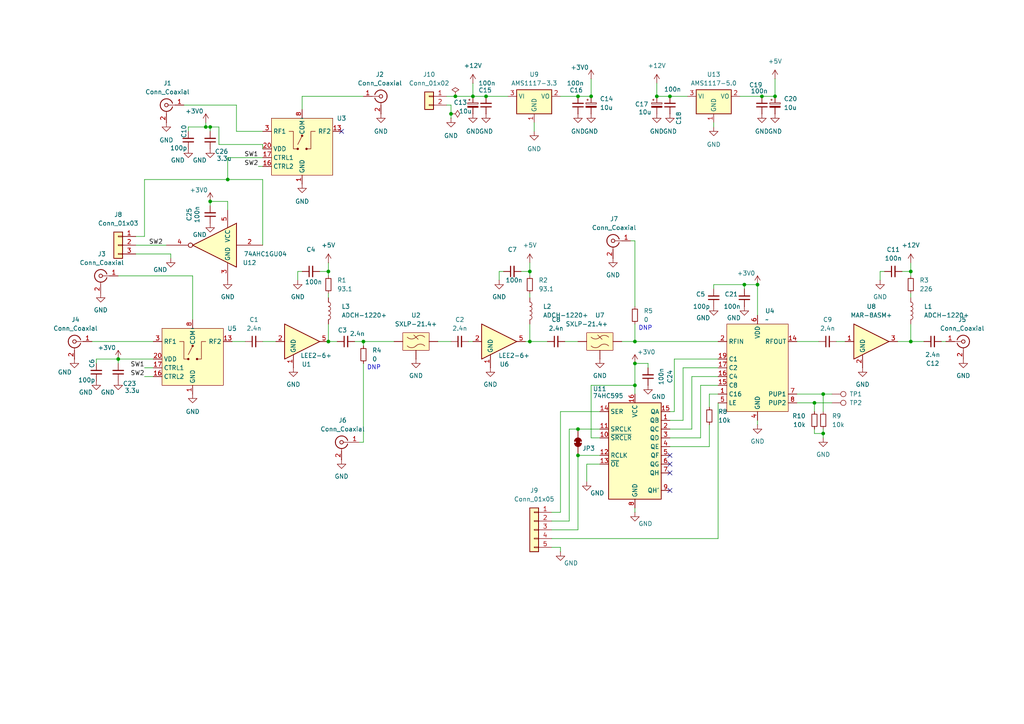
<source format=kicad_sch>
(kicad_sch (version 20250114) (generator "eeschema") (generator_version "9.0")
  (paper "A4")
  (title_block (title "MRC3 AFE") (date "2024-10-03") (rev "1") (company "BioMEMS @ MIT") (comment 1 "Designed by Hans Gaensbauer"))
  (text "DNP" (at 108.458 106.68 0) (effects (font (size 1.27 1.27))))
  (text "DNP" (at 187.198 95.25 0) (effects (font (size 1.27 1.27))))
  (junction (at 153.67 99.06))
  (junction (at 153.67 78.74))
  (junction (at 190.5 27.94))
  (junction (at 219.71 82.55))
  (junction (at 66.04 52.07))
  (junction (at 264.16 99.06))
  (junction (at 184.15 105.41))
  (junction (at 137.16 27.94))
  (junction (at 59.69 36.83))
  (junction (at 167.64 27.94))
  (junction (at 132.08 27.94))
  (junction (at 184.15 111.76))
  (junction (at 130.81 33.02))
  (junction (at 194.31 27.94))
  (junction (at 60.96 58.42))
  (junction (at 238.76 114.3))
  (junction (at 236.22 116.84))
  (junction (at 60.96 36.83))
  (junction (at 95.25 99.06))
  (junction (at 220.98 27.94))
  (junction (at 224.79 27.94))
  (junction (at 264.16 78.74))
  (junction (at 167.64 124.46))
  (junction (at 95.25 78.74))
  (junction (at 215.9 82.55))
  (junction (at 171.45 27.94))
  (junction (at 140.97 27.94))
  (junction (at 105.41 99.06))
  (junction (at 167.64 132.08))
  (junction (at 184.15 99.06))
  (junction (at 238.76 125.73))
  (junction (at 34.29 104.14))
  (no_connect (at 194.31 134.62))
  (no_connect (at 194.31 137.16))
  (no_connect (at 194.31 132.08))
  (no_connect (at 99.06 38.1))
  (no_connect (at 194.31 142.24))
  (wire (pts (xy 86.36 78.74) (xy 86.36 81.28)))
  (wire (pts (xy 129.54 27.94) (xy 132.08 27.94)))
  (wire (pts (xy 205.74 129.54) (xy 194.31 129.54)))
  (wire (pts (xy 154.94 35.56) (xy 154.94 38.1)))
  (wire (pts (xy 66.04 52.07) (xy 76.2 52.07)))
  (wire (pts (xy 151.13 78.74) (xy 153.67 78.74)))
  (wire (pts (xy 236.22 116.84) (xy 241.3 116.84)))
  (wire (pts (xy 205.74 114.3) (xy 205.74 118.11)))
  (wire (pts (xy 173.99 134.62) (xy 170.18 134.62)))
  (wire (pts (xy 264.16 85.09) (xy 264.16 86.36)))
  (wire (pts (xy 203.2 111.76) (xy 208.28 111.76)))
  (wire (pts (xy 171.45 22.86) (xy 171.45 27.94)))
  (wire (pts (xy 60.96 36.83) (xy 60.96 38.1)))
  (wire (pts (xy 264.16 76.2) (xy 264.16 78.74)))
  (wire (pts (xy 87.63 27.94) (xy 87.63 31.75)))
  (wire (pts (xy 153.67 78.74) (xy 153.67 80.01)))
  (wire (pts (xy 219.71 82.55) (xy 215.9 82.55)))
  (wire (pts (xy 184.15 147.32) (xy 184.15 148.59)))
  (wire (pts (xy 165.1 124.46) (xy 167.64 124.46)))
  (wire (pts (xy 144.78 78.74) (xy 144.78 81.28)))
  (wire (pts (xy 95.25 93.98) (xy 95.25 99.06)))
  (wire (pts (xy 27.94 104.14) (xy 27.94 105.41)))
  (wire (pts (xy 200.66 124.46) (xy 194.31 124.46)))
  (wire (pts (xy 236.22 119.38) (xy 236.22 116.84)))
  (wire (pts (xy 190.5 27.94) (xy 194.31 27.94)))
  (wire (pts (xy 144.78 78.74) (xy 146.05 78.74)))
  (wire (pts (xy 208.28 106.68) (xy 198.12 106.68)))
  (wire (pts (xy 184.15 111.76) (xy 184.15 114.3)))
  (wire (pts (xy 153.67 85.09) (xy 153.67 86.36)))
  (wire (pts (xy 105.41 27.94) (xy 87.63 27.94)))
  (wire (pts (xy 129.54 30.48) (xy 130.81 30.48)))
  (wire (pts (xy 162.56 158.75) (xy 160.02 158.75)))
  (wire (pts (xy 53.34 30.48) (xy 68.58 30.48)))
  (wire (pts (xy 130.81 30.48) (xy 130.81 33.02)))
  (wire (pts (xy 160.02 148.59) (xy 162.56 148.59)))
  (wire (pts (xy 132.08 27.94) (xy 137.16 27.94)))
  (wire (pts (xy 238.76 125.73) (xy 238.76 127)))
  (wire (pts (xy 165.1 124.46) (xy 165.1 151.13)))
  (wire (pts (xy 264.16 93.98) (xy 264.16 99.06)))
  (wire (pts (xy 242.57 99.06) (xy 245.11 99.06)))
  (wire (pts (xy 67.31 99.06) (xy 71.12 99.06)))
  (wire (pts (xy 208.28 156.21) (xy 160.02 156.21)))
  (wire (pts (xy 171.45 111.76) (xy 184.15 111.76)))
  (wire (pts (xy 34.29 104.14) (xy 34.29 105.41)))
  (wire (pts (xy 173.99 127) (xy 171.45 127)))
  (wire (pts (xy 187.96 105.41) (xy 187.96 106.68)))
  (wire (pts (xy 41.91 109.22) (xy 44.45 109.22)))
  (wire (pts (xy 140.97 27.94) (xy 147.32 27.94)))
  (wire (pts (xy 34.29 80.01) (xy 55.88 80.01)))
  (wire (pts (xy 92.71 78.74) (xy 95.25 78.74)))
  (wire (pts (xy 162.56 148.59) (xy 162.56 119.38)))
  (wire (pts (xy 167.64 27.94) (xy 171.45 27.94)))
  (wire (pts (xy 60.96 36.83) (xy 59.69 36.83)))
  (wire (pts (xy 66.04 58.42) (xy 66.04 60.96)))
  (wire (pts (xy 135.89 99.06) (xy 137.16 99.06)))
  (wire (pts (xy 95.25 76.2) (xy 95.25 78.74)))
  (wire (pts (xy 68.58 38.1) (xy 76.2 38.1)))
  (wire (pts (xy 167.64 153.67) (xy 167.64 132.08)))
  (wire (pts (xy 214.63 27.94) (xy 220.98 27.94)))
  (wire (pts (xy 224.79 22.86) (xy 224.79 27.94)))
  (wire (pts (xy 208.28 116.84) (xy 208.28 156.21)))
  (wire (pts (xy 200.66 109.22) (xy 200.66 124.46)))
  (wire (pts (xy 54.61 36.83) (xy 59.69 36.83)))
  (wire (pts (xy 184.15 105.41) (xy 184.15 111.76)))
  (wire (pts (xy 195.58 104.14) (xy 208.28 104.14)))
  (wire (pts (xy 95.25 85.09) (xy 95.25 86.36)))
  (wire (pts (xy 105.41 105.41) (xy 105.41 128.27)))
  (wire (pts (xy 68.58 30.48) (xy 68.58 38.1)))
  (wire (pts (xy 162.56 27.94) (xy 167.64 27.94)))
  (wire (pts (xy 105.41 99.06) (xy 114.3 99.06)))
  (wire (pts (xy 274.32 99.06) (xy 273.05 99.06)))
  (wire (pts (xy 184.15 105.41) (xy 187.96 105.41)))
  (wire (pts (xy 104.14 128.27) (xy 105.41 128.27)))
  (wire (pts (xy 219.71 82.55) (xy 219.71 91.44)))
  (wire (pts (xy 195.58 119.38) (xy 195.58 104.14)))
  (wire (pts (xy 207.01 82.55) (xy 215.9 82.55)))
  (wire (pts (xy 207.01 35.56) (xy 207.01 36.83)))
  (wire (pts (xy 194.31 27.94) (xy 199.39 27.94)))
  (wire (pts (xy 241.3 114.3) (xy 238.76 114.3)))
  (wire (pts (xy 153.67 76.2) (xy 153.67 78.74)))
  (wire (pts (xy 95.25 78.74) (xy 95.25 80.01)))
  (wire (pts (xy 153.67 99.06) (xy 158.75 99.06)))
  (wire (pts (xy 76.2 99.06) (xy 80.01 99.06)))
  (wire (pts (xy 162.56 119.38) (xy 173.99 119.38)))
  (wire (pts (xy 203.2 127) (xy 203.2 111.76)))
  (wire (pts (xy 264.16 78.74) (xy 264.16 80.01)))
  (wire (pts (xy 76.2 41.91) (xy 76.2 43.18)))
  (wire (pts (xy 182.88 69.85) (xy 184.15 69.85)))
  (wire (pts (xy 238.76 124.46) (xy 238.76 125.73)))
  (wire (pts (xy 66.04 52.07) (xy 66.04 45.72)))
  (wire (pts (xy 63.5 36.83) (xy 60.96 36.83)))
  (wire (pts (xy 264.16 99.06) (xy 267.97 99.06)))
  (wire (pts (xy 215.9 82.55) (xy 215.9 83.82)))
  (wire (pts (xy 167.64 132.08) (xy 173.99 132.08)))
  (wire (pts (xy 205.74 114.3) (xy 208.28 114.3)))
  (wire (pts (xy 95.25 99.06) (xy 97.79 99.06)))
  (wire (pts (xy 180.34 99.06) (xy 184.15 99.06)))
  (wire (pts (xy 167.64 124.46) (xy 173.99 124.46)))
  (wire (pts (xy 105.41 99.06) (xy 105.41 100.33)))
  (wire (pts (xy 41.91 106.68) (xy 44.45 106.68)))
  (wire (pts (xy 27.94 104.14) (xy 34.29 104.14)))
  (wire (pts (xy 162.56 160.02) (xy 162.56 158.75)))
  (wire (pts (xy 39.37 71.12) (xy 48.26 71.12)))
  (wire (pts (xy 255.27 78.74) (xy 256.54 78.74)))
  (wire (pts (xy 54.61 36.83) (xy 54.61 38.1)))
  (wire (pts (xy 219.71 121.92) (xy 219.71 123.19)))
  (wire (pts (xy 130.81 33.02) (xy 130.81 34.29)))
  (wire (pts (xy 49.53 73.66) (xy 39.37 73.66)))
  (wire (pts (xy 137.16 24.13) (xy 137.16 27.94)))
  (wire (pts (xy 198.12 106.68) (xy 198.12 121.92)))
  (wire (pts (xy 153.67 93.98) (xy 153.67 99.06)))
  (wire (pts (xy 137.16 27.94) (xy 140.97 27.94)))
  (wire (pts (xy 60.96 58.42) (xy 66.04 58.42)))
  (wire (pts (xy 102.87 99.06) (xy 105.41 99.06)))
  (wire (pts (xy 261.62 78.74) (xy 264.16 78.74)))
  (wire (pts (xy 205.74 123.19) (xy 205.74 129.54)))
  (wire (pts (xy 190.5 24.13) (xy 190.5 27.94)))
  (wire (pts (xy 208.28 109.22) (xy 200.66 109.22)))
  (wire (pts (xy 238.76 114.3) (xy 238.76 119.38)))
  (wire (pts (xy 231.14 114.3) (xy 238.76 114.3)))
  (wire (pts (xy 171.45 127) (xy 171.45 111.76)))
  (wire (pts (xy 207.01 82.55) (xy 207.01 83.82)))
  (wire (pts (xy 184.15 93.98) (xy 184.15 99.06)))
  (wire (pts (xy 160.02 151.13) (xy 165.1 151.13)))
  (wire (pts (xy 236.22 124.46) (xy 236.22 125.73)))
  (wire (pts (xy 86.36 78.74) (xy 87.63 78.74)))
  (wire (pts (xy 76.2 71.12) (xy 76.2 52.07)))
  (wire (pts (xy 41.91 52.07) (xy 41.91 68.58)))
  (wire (pts (xy 260.35 99.06) (xy 264.16 99.06)))
  (wire (pts (xy 194.31 127) (xy 203.2 127)))
  (wire (pts (xy 63.5 41.91) (xy 63.5 36.83)))
  (wire (pts (xy 220.98 27.94) (xy 224.79 27.94)))
  (wire (pts (xy 194.31 119.38) (xy 195.58 119.38)))
  (wire (pts (xy 74.93 48.26) (xy 76.2 48.26)))
  (wire (pts (xy 26.67 99.06) (xy 44.45 99.06)))
  (wire (pts (xy 184.15 99.06) (xy 208.28 99.06)))
  (wire (pts (xy 49.53 74.93) (xy 49.53 73.66)))
  (wire (pts (xy 152.4 99.06) (xy 153.67 99.06)))
  (wire (pts (xy 63.5 41.91) (xy 76.2 41.91)))
  (wire (pts (xy 160.02 153.67) (xy 167.64 153.67)))
  (wire (pts (xy 163.83 99.06) (xy 167.64 99.06)))
  (wire (pts (xy 59.69 35.56) (xy 59.69 36.83)))
  (wire (pts (xy 170.18 134.62) (xy 170.18 139.7)))
  (wire (pts (xy 39.37 68.58) (xy 41.91 68.58)))
  (wire (pts (xy 41.91 52.07) (xy 66.04 52.07)))
  (wire (pts (xy 127 99.06) (xy 130.81 99.06)))
  (wire (pts (xy 231.14 99.06) (xy 237.49 99.06)))
  (wire (pts (xy 60.96 58.42) (xy 60.96 59.69)))
  (wire (pts (xy 184.15 88.9) (xy 184.15 69.85)))
  (wire (pts (xy 34.29 104.14) (xy 44.45 104.14)))
  (wire (pts (xy 236.22 125.73) (xy 238.76 125.73)))
  (wire (pts (xy 236.22 116.84) (xy 231.14 116.84)))
  (wire (pts (xy 198.12 121.92) (xy 194.31 121.92)))
  (wire (pts (xy 66.04 45.72) (xy 76.2 45.72)))
  (wire (pts (xy 55.88 80.01) (xy 55.88 92.71)))
  (wire (pts (xy 255.27 78.74) (xy 255.27 81.28)))
  (label "SW2" (at 74.93 48.26 180))
  (label "SW1" (at 41.91 106.68 180))
  (label "SW2" (at 43.18 71.12 0))
  (label "SW1" (at 74.93 45.72 180))
  (label "SW2" (at 41.91 109.22 180))
  (symbol (lib_id "power:+3V0") (at 184.15 105.41 0) (mirror y) (unit 1)
    (property "Reference" "#PWR047" (effects (hide yes)))
    (property "Value" "+3V0" (at 187.452 102.108 0))
    (property "Description" "Power symbol creates a global label with name \"+3V0\"" (effects (hide yes)))
  )
  (symbol (lib_id "power:GND") (at 224.79 33.02 0) (unit 1)
    (property "Reference" "#PWR041" (effects (hide yes)))
    (property "Value" "GND" (at 224.79 38.1 0))
    (property "Description" "Power symbol creates a global label with name \"GND\" , ground" (effects (hide yes)))
  )
  (symbol (lib_id "power:GND") (at 144.78 81.28 0) (unit 1)
    (property "Reference" "#PWR022" (effects (hide yes)))
    (property "Value" "GND" (at 144.78 86.106 0))
    (property "Description" "Power symbol creates a global label with name \"GND\" , ground" (effects (hide yes)))
  )
  (symbol (lib_id "power:GND") (at 255.27 81.28 0) (unit 1)
    (property "Reference" "#PWR026" (effects (hide yes)))
    (property "Value" "GND" (at 255.27 86.106 0))
    (property "Description" "Power symbol creates a global label with name \"GND\" , ground" (effects (hide yes)))
  )
  (symbol (lib_id "power:GND") (at 207.01 88.9 0) (unit 1)
    (property "Reference" "#PWR019" (effects (hide yes)))
    (property "Value" "GND" (at 203.962 92.202 0))
    (property "Description" "Power symbol creates a global label with name \"GND\" , ground" (effects (hide yes)))
  )
  (symbol (lib_id "Device:C_Small") (at 73.66 99.06 90) (unit 1)
    (property "Reference" "C1" (at 73.6663 92.71 90))
    (property "Value" "2.4n" (at 73.6663 95.25 90))
    (property "Footprint" "Capacitor_SMD:C_0805_2012Metric" (effects (hide yes)))
    (property "Description" "Unpolarized capacitor, small symbol" (effects (hide yes)))
  )
  (symbol (lib_id "Connector_Generic:Conn_01x03") (at 34.29 71.12 0) (mirror y) (unit 1)
    (property "Reference" "J8" (at 34.29 62.23 0))
    (property "Value" "Conn_01x03" (at 34.29 64.77 0))
    (property "Footprint" "Connector_PinHeader_2.54mm:PinHeader_1x03_P2.54mm_Vertical" (effects (hide yes)))
    (property "Description" "Generic connector, single row, 01x03, script generated (kicad-library-utils/schlib/autogen/connector/)" (effects (hide yes)))
  )
  (symbol (lib_id "Device:C_Small") (at 161.29 99.06 90) (unit 1)
    (property "Reference" "C8" (at 161.2963 92.71 90))
    (property "Value" "2.4n" (at 161.2963 95.25 90))
    (property "Footprint" "Capacitor_SMD:C_0805_2012Metric" (effects (hide yes)))
    (property "Description" "Unpolarized capacitor, small symbol" (effects (hide yes)))
  )
  (symbol (lib_id "Device:C_Small") (at 259.08 78.74 90) (unit 1)
    (property "Reference" "C11" (at 259.0863 72.39 90))
    (property "Value" "100n" (at 259.0863 74.93 90))
    (property "Footprint" "Capacitor_SMD:C_0805_2012Metric" (effects (hide yes)))
    (property "Description" "Unpolarized capacitor, small symbol" (effects (hide yes)))
  )
  (symbol (lib_id "power:GND") (at 27.94 110.49 0) (unit 1)
    (property "Reference" "#PWR024" (effects (hide yes)))
    (property "Value" "GND" (at 24.892 113.792 0))
    (property "Description" "Power symbol creates a global label with name \"GND\" , ground" (effects (hide yes)))
  )
  (symbol (lib_id "Connector:Conn_Coaxial") (at 48.26 30.48 0) (mirror y) (unit 1)
    (property "Reference" "J1" (at 48.5774 24.13 0))
    (property "Value" "Conn_Coaxial" (at 48.5774 26.67 0))
    (property "Footprint" "Connector_Coaxial:SMA_Samtec_SMA-J-P-H-ST-EM1_EdgeMount" (effects (hide yes)))
    (property "Description" "coaxial connector (BNC, SMA, SMB, SMC, Cinch/RCA, LEMO, ...)" (effects (hide yes)))
  )
  (symbol (lib_id "Device:C_Small") (at 100.33 99.06 90) (unit 1)
    (property "Reference" "C3" (at 99.314 95.758 90))
    (property "Value" "2.4n" (at 103.632 96.774 90))
    (property "Footprint" "Capacitor_SMD:C_0805_2012Metric" (effects (hide yes)))
    (property "Description" "Unpolarized capacitor, small symbol" (effects (hide yes)))
  )
  (symbol (lib_id "power:GND") (at 60.96 64.77 0) (unit 1)
    (property "Reference" "#PWR053" (effects (hide yes)))
    (property "Value" "GND" (at 57.912 68.072 0))
    (property "Description" "Power symbol creates a global label with name \"GND\" , ground" (effects (hide yes)))
  )
  (symbol (lib_id "power:GND") (at 220.98 33.02 0) (unit 1)
    (property "Reference" "#PWR039" (effects (hide yes)))
    (property "Value" "GND" (at 220.98 38.1 0))
    (property "Description" "Power symbol creates a global label with name \"GND\" , ground" (effects (hide yes)))
  )
  (symbol (lib_id "Device:C_Small") (at 90.17 78.74 90) (unit 1)
    (property "Reference" "C4" (at 90.1763 72.39 90))
    (property "Value" "100n" (at 90.932 81.788 90))
    (property "Footprint" "Capacitor_SMD:C_0805_2012Metric" (effects (hide yes)))
    (property "Description" "Unpolarized capacitor, small symbol" (effects (hide yes)))
  )
  (symbol (lib_id "power:+3V0") (at 59.69 35.56 0) (unit 1)
    (property "Reference" "#PWR015" (effects (hide yes)))
    (property "Value" "+3V0" (at 56.388 32.258 0))
    (property "Description" "Power symbol creates a global label with name \"+3V0\"" (effects (hide yes)))
  )
  (symbol (lib_id "power:+5V") (at 224.79 22.86 0) (unit 1)
    (property "Reference" "#PWR040" (effects (hide yes)))
    (property "Value" "+5V" (at 224.79 17.78 0))
    (property "Description" "Power symbol creates a global label with name \"+5V\"" (effects (hide yes)))
  )
  (symbol (lib_id "power:GND") (at 238.76 127 0) (mirror y) (unit 1)
    (property "Reference" "#PWR045" (effects (hide yes)))
    (property "Value" "GND" (at 238.76 131.826 0))
    (property "Description" "Power symbol creates a global label with name \"GND\" , ground" (effects (hide yes)))
  )
  (symbol (lib_id "power:GND") (at 215.9 88.9 0) (unit 1)
    (property "Reference" "#PWR042" (effects (hide yes)))
    (property "Value" "GND" (at 212.852 92.202 0))
    (property "Description" "Power symbol creates a global label with name \"GND\" , ground" (effects (hide yes)))
  )
  (symbol (lib_id "Regulator_Linear:AMS1117-3.3") (at 154.94 27.94 0) (unit 1)
    (property "Reference" "U9" (at 154.94 21.59 0))
    (property "Value" "AMS1117-3.3" (at 154.94 24.13 0))
    (property "Footprint" "Package_TO_SOT_SMD:SOT-223-3_TabPin2" (effects (hide yes)))
    (property "Datasheet" "http://www.advanced-monolithic.com/pdf/ds1117.pdf" (effects (hide yes)))
    (property "Description" "1A Low Dropout regulator, positive, 3.3V fixed output, SOT-223" (effects (hide yes)))
  )
  (symbol (lib_id "BioMEMS:LEE2-6+") (at 87.63 99.06 0) (unit 1)
    (property "Reference" "U1" (at 88.9 105.664 0))
    (property "Value" "LEE2-6+" (at 91.694 103.124 0))
    (property "Footprint" "BioMEMS:Mini-Circuits_FG873" (effects (hide yes)))
    (property "Datasheet" "https://www.minicircuits.com/pdfs/LEE2-6+.pdf" (effects (hide yes)))
    (property "Description" "Surface Mount Monolithic Amplifier 50Ohm DC-7GHz" (effects (hide yes)))
  )
  (symbol (lib_id "Device:R_Small") (at 95.25 82.55 0) (unit 1)
    (property "Reference" "R1" (at 97.79 81.2799 0) (effects (justify left)))
    (property "Value" "93.1" (at 97.79 83.8199 0) (effects (justify left)))
    (property "Footprint" "Resistor_SMD:R_0402_1005Metric" (effects (hide yes)))
    (property "Description" "Resistor, small symbol" (effects (hide yes)))
  )
  (symbol (lib_id "BioMEMS:ADCH-1220+") (at 264.16 90.17 0) (unit 1)
    (property "Reference" "L1" (at 267.97 88.8999 0) (effects (justify left)))
    (property "Value" "ADCH-1220+" (at 267.97 91.4399 0) (effects (justify left)))
    (property "Footprint" "RF_Mini-Circuits:Mini-Circuits_CD637_H5.23mm" (effects (hide yes)))
    (property "Datasheet" "https://www.minicircuits.com/pdfs/ADCH-1220+.pdf" (effects (hide yes)))
    (property "Description" "Very high DC current RF Choke 50Ω 5 to 1220 MHz" (effects (hide yes)))
  )
  (symbol (lib_id "power:GND") (at 171.45 33.02 0) (unit 1)
    (property "Reference" "#PWR032" (effects (hide yes)))
    (property "Value" "GND" (at 171.45 38.1 0))
    (property "Description" "Power symbol creates a global label with name \"GND\" , ground" (effects (hide yes)))
  )
  (symbol (lib_id "BioMEMS:MAR-8ASM+") (at 252.73 99.06 0) (unit 1)
    (property "Reference" "U8" (at 252.73 88.9 0))
    (property "Value" "MAR-8ASM+" (at 252.73 91.44 0))
    (property "Footprint" "BioMEMS:Mini-Circuits_WW107" (effects (hide yes)))
    (property "Datasheet" "https://www.minicircuits.com/pdfs/MAR-8ASM+.pdf" (effects (hide yes)))
    (property "Description" "Surface Mount Monolithic amplifier DC-8GHz" (effects (hide yes)))
  )
  (symbol (lib_id "Regulator_Linear:AMS1117-5.0") (at 207.01 27.94 0) (unit 1)
    (property "Reference" "U13" (at 207.01 21.59 0))
    (property "Value" "AMS1117-5.0" (at 207.01 24.13 0))
    (property "Footprint" "Package_TO_SOT_SMD:SOT-223-3_TabPin2" (effects (hide yes)))
    (property "Datasheet" "http://www.advanced-monolithic.com/pdf/ds1117.pdf" (effects (hide yes)))
    (property "Description" "1A Low Dropout regulator, positive, 5.0V fixed output, SOT-223" (effects (hide yes)))
  )
  (symbol (lib_id "Connector:Conn_Coaxial") (at 29.21 80.01 0) (mirror y) (unit 1)
    (property "Reference" "J3" (at 29.5274 73.66 0))
    (property "Value" "Conn_Coaxial" (at 29.5274 76.2 0))
    (property "Footprint" "Connector_Coaxial:SMA_Samtec_SMA-J-P-H-ST-EM1_EdgeMount" (effects (hide yes)))
    (property "Description" "coaxial connector (BNC, SMA, SMB, SMC, Cinch/RCA, LEMO, ...)" (effects (hide yes)))
  )
  (symbol (lib_id "power:GND") (at 167.64 33.02 0) (unit 1)
    (property "Reference" "#PWR034" (effects (hide yes)))
    (property "Value" "GND" (at 167.64 38.1 0))
    (property "Description" "Power symbol creates a global label with name \"GND\" , ground" (effects (hide yes)))
  )
  (symbol (lib_id "BioMEMS:HSWA2-30DR+") (at 55.88 95.25 0) (unit 1)
    (property "Reference" "U5" (at 67.31 95.2814 0))
    (property "Value" "~" (at 55.88 95.25 0))
    (property "Footprint" "Package_DFN_QFN:TQFN-20-1EP_4x4mm_P0.5mm_EP2.1x2.1mm" (effects (hide yes)))
    (property "Datasheet" "https://www.minicircuits.com/pdfs/HSWA2-30DR+.pdf" (effects (hide yes)))
    (property "Description" "Absorptive RF Switch with internal driver, Single Supply Voltage , +3V" (effects (hide yes)))
  )
  (symbol (lib_id "Device:R_Small") (at 205.74 120.65 180) (unit 1)
    (property "Reference" "R8" (at 208.28 119.3799 0) (effects (justify right)))
    (property "Value" "10k" (at 208.28 121.9199 0) (effects (justify right)))
    (property "Footprint" "Resistor_SMD:R_0603_1608Metric" (effects (hide yes)))
    (property "Description" "Resistor, small symbol" (effects (hide yes)))
  )
  (symbol (lib_id "power:GND") (at 130.81 34.29 0) (unit 1)
    (property "Reference" "#PWR055" (effects (hide yes)))
    (property "Value" "GND" (at 130.81 39.37 0))
    (property "Description" "Power symbol creates a global label with name \"GND\" , ground" (effects (hide yes)))
  )
  (symbol (lib_id "power:+12V") (at 137.16 24.13 0) (unit 1)
    (property "Reference" "#PWR027" (effects (hide yes)))
    (property "Value" "+12V" (at 137.16 19.05 0))
    (property "Description" "Power symbol creates a global label with name \"+12V\"" (effects (hide yes)))
  )
  (symbol (lib_id "Device:R_Small") (at 153.67 82.55 0) (unit 1)
    (property "Reference" "R2" (at 156.21 81.2799 0) (effects (justify left)))
    (property "Value" "93.1" (at 156.21 83.8199 0) (effects (justify left)))
    (property "Footprint" "Resistor_SMD:R_0402_1005Metric" (effects (hide yes)))
    (property "Description" "Resistor, small symbol" (effects (hide yes)))
  )
  (symbol (lib_id "Connector_Generic:Conn_01x05") (at 154.94 153.67 0) (mirror y) (unit 1)
    (property "Reference" "J9" (at 154.94 142.24 0))
    (property "Value" "Conn_01x05" (at 154.94 144.78 0))
    (property "Footprint" "Connector_PinHeader_2.54mm:PinHeader_1x05_P2.54mm_Vertical" (effects (hide yes)))
    (property "Description" "Generic connector, single row, 01x05, script generated (kicad-library-utils/schlib/autogen/connector/)" (effects (hide yes)))
  )
  (symbol (lib_id "power:+12V") (at 190.5 24.13 0) (unit 1)
    (property "Reference" "#PWR035" (effects (hide yes)))
    (property "Value" "+12V" (at 190.5 19.05 0))
    (property "Description" "Power symbol creates a global label with name \"+12V\"" (effects (hide yes)))
  )
  (symbol (lib_id "Jumper:SolderJumper_2_Bridged") (at 167.64 128.27 270) (mirror x) (unit 1) (exclude_from_sim yes) (in_bom no)
    (property "Reference" "JP3" (at 168.91 130.048 90) (effects (justify left)))
    (property "Value" "SolderJumper_2_Bridged" (effects (hide yes)))
    (property "Footprint" "Jumper:SolderJumper-2_P1.3mm_Bridged_Pad1.0x1.5mm" (effects (hide yes)))
    (property "Description" "Solder Jumper, 2-pole, closed/bridged" (effects (hide yes)))
  )
  (symbol (lib_id "Connector:TestPoint") (at 241.3 116.84 270) (unit 1)
    (property "Reference" "TP2" (at 246.38 116.8399 90) (effects (justify left)))
    (property "Value" "TestPoint" (effects (hide yes)))
    (property "Footprint" "TestPoint:TestPoint_THTPad_D1.0mm_Drill0.5mm" (effects (hide yes)))
    (property "Description" "test point" (effects (hide yes)))
  )
  (symbol (lib_id "Device:C_Polarized_Small") (at 137.16 30.48 0) (unit 1)
    (property "Reference" "C13" (at 131.572 29.718 0) (effects (justify left)))
    (property "Value" "10u" (at 133.096 32.258 0) (effects (justify left)))
    (property "Footprint" "Capacitor_SMD:C_1206_3216Metric" (effects (hide yes)))
    (property "Description" "Polarized capacitor, small symbol" (effects (hide yes)))
  )
  (symbol (lib_id "Device:C_Small") (at 60.96 62.23 180) (unit 1)
    (property "Reference" "C25" (at 54.864 62.23 90))
    (property "Value" "100n" (at 57.15 62.2237 90))
    (property "Footprint" "Capacitor_SMD:C_0603_1608Metric" (effects (hide yes)))
    (property "Description" "Unpolarized capacitor, small symbol" (effects (hide yes)))
  )
  (symbol (lib_id "Connector:Conn_Coaxial") (at 279.4 99.06 0) (unit 1)
    (property "Reference" "J5" (at 279.0826 92.71 0))
    (property "Value" "Conn_Coaxial" (at 279.0826 95.25 0))
    (property "Footprint" "Connector_Coaxial:MMCX_Molex_73415-1471_Vertical" (effects (hide yes)))
    (property "Description" "coaxial connector (BNC, SMA, SMB, SMC, Cinch/RCA, LEMO, ...)" (effects (hide yes)))
  )
  (symbol (lib_id "power:GND") (at 34.29 110.49 0) (unit 1)
    (property "Reference" "#PWR044" (effects (hide yes)))
    (property "Value" "GND" (at 31.242 113.792 0))
    (property "Description" "Power symbol creates a global label with name \"GND\" , ground" (effects (hide yes)))
  )
  (symbol (lib_id "Device:C_Small") (at 148.59 78.74 90) (unit 1)
    (property "Reference" "C7" (at 148.5963 72.39 90))
    (property "Value" "100n" (at 149.098 81.28 90))
    (property "Footprint" "Capacitor_SMD:C_0805_2012Metric" (effects (hide yes)))
    (property "Description" "Unpolarized capacitor, small symbol" (effects (hide yes)))
  )
  (symbol (lib_id "Connector:Conn_Coaxial") (at 99.06 128.27 0) (mirror y) (unit 1)
    (property "Reference" "J6" (at 99.3774 121.92 0))
    (property "Value" "Conn_Coaxial" (at 99.3774 124.46 0))
    (property "Footprint" "Connector_Coaxial:SMA_Samtec_SMA-J-P-H-ST-EM1_EdgeMount" (effects (hide yes)))
    (property "Description" "coaxial connector (BNC, SMA, SMB, SMC, Cinch/RCA, LEMO, ...)" (effects (hide yes)))
  )
  (symbol (lib_id "power:GND") (at 29.21 85.09 0) (unit 1)
    (property "Reference" "#PWR04" (effects (hide yes)))
    (property "Value" "GND" (at 29.21 89.916 0))
    (property "Description" "Power symbol creates a global label with name \"GND\" , ground" (effects (hide yes)))
  )
  (symbol (lib_id "power:+5V") (at 95.25 76.2 0) (unit 1)
    (property "Reference" "#PWR021" (effects (hide yes)))
    (property "Value" "+5V" (at 95.25 71.12 0))
    (property "Description" "Power symbol creates a global label with name \"+5V\"" (effects (hide yes)))
  )
  (symbol (lib_id "Device:C_Small") (at 133.35 99.06 90) (unit 1)
    (property "Reference" "C2" (at 133.3563 92.71 90))
    (property "Value" "2.4n" (at 133.3563 95.25 90))
    (property "Footprint" "Capacitor_SMD:C_0805_2012Metric" (effects (hide yes)))
    (property "Description" "Unpolarized capacitor, small symbol" (effects (hide yes)))
  )
  (symbol (lib_id "Device:C_Small") (at 34.29 107.95 180) (unit 1)
    (property "Reference" "C23" (at 37.592 111.252 0))
    (property "Value" "3.3u" (at 38.354 113.284 0))
    (property "Footprint" "Capacitor_SMD:C_1206_3216Metric" (effects (hide yes)))
    (property "Description" "Unpolarized capacitor, small symbol" (effects (hide yes)))
  )
  (symbol (lib_id "power:PWR_FLAG") (at 130.81 33.02 270) (unit 1)
    (property "Reference" "#FLG02" (effects (hide yes)))
    (property "Value" "PWR_FLAG" (effects (hide yes)))
    (property "Description" "Special symbol for telling ERC where power comes from" (effects (hide yes)))
  )
  (symbol (lib_id "Connector:Conn_Coaxial") (at 110.49 27.94 0) (unit 1)
    (property "Reference" "J2" (at 110.1726 21.59 0))
    (property "Value" "Conn_Coaxial" (at 110.1726 24.13 0))
    (property "Footprint" "Connector_Coaxial:MMCX_Molex_73415-1471_Vertical" (effects (hide yes)))
    (property "Description" "coaxial connector (BNC, SMA, SMB, SMC, Cinch/RCA, LEMO, ...)" (effects (hide yes)))
  )
  (symbol (lib_id "power:GND") (at 219.71 123.19 0) (mirror y) (unit 1)
    (property "Reference" "#PWR013" (effects (hide yes)))
    (property "Value" "GND" (at 219.71 128.016 0))
    (property "Description" "Power symbol creates a global label with name \"GND\" , ground" (effects (hide yes)))
  )
  (symbol (lib_id "power:GND") (at 110.49 33.02 0) (unit 1)
    (property "Reference" "#PWR03" (effects (hide yes)))
    (property "Value" "GND" (at 110.49 38.1 0))
    (property "Description" "Power symbol creates a global label with name \"GND\" , ground" (effects (hide yes)))
  )
  (symbol (lib_id "power:GND") (at 184.15 148.59 0) (mirror y) (unit 1)
    (property "Reference" "#PWR048" (effects (hide yes)))
    (property "Value" "GND" (at 187.198 151.892 0))
    (property "Description" "Power symbol creates a global label with name \"GND\" , ground" (effects (hide yes)))
  )
  (symbol (lib_id "power:GND") (at 162.56 160.02 0) (mirror y) (unit 1)
    (property "Reference" "#PWR050" (effects (hide yes)))
    (property "Value" "GND" (at 165.608 163.322 0))
    (property "Description" "Power symbol creates a global label with name \"GND\" , ground" (effects (hide yes)))
  )
  (symbol (lib_id "power:GND") (at 154.94 38.1 0) (unit 1)
    (property "Reference" "#PWR029" (effects (hide yes)))
    (property "Value" "GND" (at 154.94 43.18 0))
    (property "Description" "Power symbol creates a global label with name \"GND\" , ground" (effects (hide yes)))
  )
  (symbol (lib_id "power:GND") (at 85.09 106.68 0) (unit 1)
    (property "Reference" "#PWR07" (effects (hide yes)))
    (property "Value" "GND" (at 85.09 111.506 0))
    (property "Description" "Power symbol creates a global label with name \"GND\" , ground" (effects (hide yes)))
  )
  (symbol (lib_id "BioMEMS:ADCH-1220+") (at 95.25 90.17 0) (unit 1)
    (property "Reference" "L3" (at 99.06 88.8999 0) (effects (justify left)))
    (property "Value" "ADCH-1220+" (at 99.06 91.4399 0) (effects (justify left)))
    (property "Footprint" "RF_Mini-Circuits:Mini-Circuits_CD637_H5.23mm" (effects (hide yes)))
    (property "Datasheet" "https://www.minicircuits.com/pdfs/ADCH-1220+.pdf" (effects (hide yes)))
    (property "Description" "Very high DC current RF Choke 50Ω 5 to 1220 MHz" (effects (hide yes)))
  )
  (symbol (lib_id "Device:C_Small") (at 207.01 86.36 180) (unit 1)
    (property "Reference" "C5" (at 203.2 85.344 0))
    (property "Value" "100p" (at 203.454 88.9 0))
    (property "Footprint" "Capacitor_SMD:C_0603_1608Metric" (effects (hide yes)))
    (property "Description" "Unpolarized capacitor, small symbol" (effects (hide yes)))
  )
  (symbol (lib_id "power:+5V") (at 153.67 76.2 0) (unit 1)
    (property "Reference" "#PWR023" (effects (hide yes)))
    (property "Value" "+5V" (at 153.67 71.12 0))
    (property "Description" "Power symbol creates a global label with name \"+5V\"" (effects (hide yes)))
  )
  (symbol (lib_id "BioMEMS:SXLP-21.4+") (at 173.99 99.06 0) (unit 1)
    (property "Reference" "U7" (at 173.99 91.44 0))
    (property "Value" "SXLP-21.4+" (at 170.18 93.98 0))
    (property "Footprint" "BioMEMS:Mini-Circuits_HF1139_LandPatternPL-230" (effects (hide yes)))
    (property "Datasheet" "https://www.minicircuits.com/pdfs/SXLP-21.4+.pdf" (effects (hide yes)))
    (property "Description" "SMD 50 Ohm Low Pass Filter DC-22MHz" (effects (hide yes)))
  )
  (symbol (lib_id "power:GND") (at 250.19 106.68 0) (mirror y) (unit 1)
    (property "Reference" "#PWR012" (effects (hide yes)))
    (property "Value" "GND" (at 250.19 111.506 0))
    (property "Description" "Power symbol creates a global label with name \"GND\" , ground" (effects (hide yes)))
  )
  (symbol (lib_id "Device:R_Small") (at 264.16 82.55 0) (unit 1)
    (property "Reference" "R3" (at 266.7 81.2799 0) (effects (justify left)))
    (property "Value" "226" (at 266.7 83.8199 0) (effects (justify left)))
    (property "Footprint" "Resistor_SMD:R_1206_3216Metric" (effects (hide yes)))
    (property "Description" "Resistor, small symbol" (effects (hide yes)))
  )
  (symbol (lib_id "power:GND") (at 177.8 74.93 0) (unit 1)
    (property "Reference" "#PWR018" (effects (hide yes)))
    (property "Value" "GND" (at 177.8 79.756 0))
    (property "Description" "Power symbol creates a global label with name \"GND\" , ground" (effects (hide yes)))
  )
  (symbol (lib_id "Device:C_Small") (at 187.96 109.22 0) (mirror x) (unit 1)
    (property "Reference" "C24" (at 194.31 109.2137 90))
    (property "Value" "100n" (at 191.77 109.2137 90))
    (property "Footprint" "Capacitor_SMD:C_0603_1608Metric" (effects (hide yes)))
    (property "Description" "Unpolarized capacitor, small symbol" (effects (hide yes)))
  )
  (symbol (lib_id "power:GND") (at 99.06 133.35 0) (unit 1)
    (property "Reference" "#PWR017" (effects (hide yes)))
    (property "Value" "GND" (at 99.06 138.176 0))
    (property "Description" "Power symbol creates a global label with name \"GND\" , ground" (effects (hide yes)))
  )
  (symbol (lib_id "power:GND") (at 170.18 139.7 0) (mirror y) (unit 1)
    (property "Reference" "#PWR049" (effects (hide yes)))
    (property "Value" "GND" (at 173.228 143.002 0))
    (property "Description" "Power symbol creates a global label with name \"GND\" , ground" (effects (hide yes)))
  )
  (symbol (lib_id "Device:C_Polarized_Small") (at 171.45 30.48 0) (unit 1)
    (property "Reference" "C14" (at 173.99 28.6638 0) (effects (justify left)))
    (property "Value" "10u" (at 173.99 31.2038 0) (effects (justify left)))
    (property "Footprint" "Capacitor_SMD:C_1206_3216Metric" (effects (hide yes)))
    (property "Description" "Polarized capacitor, small symbol" (effects (hide yes)))
  )
  (symbol (lib_id "power:GND") (at 194.31 33.02 0) (unit 1)
    (property "Reference" "#PWR037" (effects (hide yes)))
    (property "Value" "GND" (at 194.31 38.1 0))
    (property "Description" "Power symbol creates a global label with name \"GND\" , ground" (effects (hide yes)))
  )
  (symbol (lib_id "Connector:TestPoint") (at 241.3 114.3 270) (unit 1)
    (property "Reference" "TP1" (at 246.38 114.2999 90) (effects (justify left)))
    (property "Value" "TestPoint" (effects (hide yes)))
    (property "Footprint" "TestPoint:TestPoint_THTPad_D1.0mm_Drill0.5mm" (effects (hide yes)))
    (property "Description" "test point" (effects (hide yes)))
  )
  (symbol (lib_id "Device:C_Small") (at 220.98 30.48 180) (unit 1)
    (property "Reference" "C19" (at 219.202 24.638 0))
    (property "Value" "100n" (at 220.218 26.416 0))
    (property "Footprint" "Capacitor_SMD:C_0603_1608Metric" (effects (hide yes)))
    (property "Description" "Unpolarized capacitor, small symbol" (effects (hide yes)))
  )
  (symbol (lib_id "Device:R_Small") (at 238.76 121.92 0) (unit 1)
    (property "Reference" "R9" (at 241.3 120.6499 0) (effects (justify left)))
    (property "Value" "10k" (at 241.3 123.1899 0) (effects (justify left)))
    (property "Footprint" "Resistor_SMD:R_0603_1608Metric" (effects (hide yes)))
    (property "Description" "Resistor, small symbol" (effects (hide yes)))
  )
  (symbol (lib_id "power:GND") (at 54.61 43.18 0) (unit 1)
    (property "Reference" "#PWR028" (effects (hide yes)))
    (property "Value" "GND" (at 51.562 46.482 0))
    (property "Description" "Power symbol creates a global label with name \"GND\" , ground" (effects (hide yes)))
  )
  (symbol (lib_id "74xGxx:74AHC1GU04") (at 60.96 71.12 0) (mirror y) (unit 1)
    (property "Reference" "U12" (at 72.39 76.2 0))
    (property "Value" "74AHC1GU04" (at 76.962 73.66 0))
    (property "Footprint" "Package_TO_SOT_SMD:SOT-353_SC-70-5" (effects (hide yes)))
    (property "Datasheet" "http://www.ti.com/lit/sg/scyt129e/scyt129e.pdf" (effects (hide yes)))
    (property "Description" "74AHC1G04, Single NOT Gate, Low-Voltage CMOS" (effects (hide yes)))
    (property "MPN" "MC74VHC1GT04DFT1G" (effects (hide yes)))
  )
  (symbol (lib_id "power:+3V0") (at 60.96 58.42 0) (unit 1)
    (property "Reference" "#PWR052" (effects (hide yes)))
    (property "Value" "+3V0" (at 57.658 55.118 0))
    (property "Description" "Power symbol creates a global label with name \"+3V0\"" (effects (hide yes)))
  )
  (symbol (lib_id "power:GND") (at 120.65 104.14 0) (unit 1)
    (property "Reference" "#PWR08" (effects (hide yes)))
    (property "Value" "GND" (at 120.65 108.966 0))
    (property "Description" "Power symbol creates a global label with name \"GND\" , ground" (effects (hide yes)))
  )
  (symbol (lib_id "Connector:Conn_Coaxial") (at 21.59 99.06 0) (mirror y) (unit 1)
    (property "Reference" "J4" (at 21.9074 92.71 0))
    (property "Value" "Conn_Coaxial" (at 21.9074 95.25 0))
    (property "Footprint" "Connector_Coaxial:SMA_Samtec_SMA-J-P-H-ST-EM1_EdgeMount" (effects (hide yes)))
    (property "Description" "coaxial connector (BNC, SMA, SMB, SMC, Cinch/RCA, LEMO, ...)" (effects (hide yes)))
  )
  (symbol (lib_id "power:GND") (at 49.53 74.93 0) (unit 1)
    (property "Reference" "#PWR051" (effects (hide yes)))
    (property "Value" "GND" (at 46.482 78.232 0))
    (property "Description" "Power symbol creates a global label with name \"GND\" , ground" (effects (hide yes)))
  )
  (symbol (lib_id "Device:C_Polarized_Small") (at 190.5 30.48 0) (unit 1)
    (property "Reference" "C17" (at 184.15 30.226 0) (effects (justify left)))
    (property "Value" "10u" (at 185.166 32.512 0) (effects (justify left)))
    (property "Footprint" "Capacitor_SMD:C_1206_3216Metric" (effects (hide yes)))
    (property "Description" "Polarized capacitor, small symbol" (effects (hide yes)))
  )
  (symbol (lib_id "Device:C_Polarized_Small") (at 224.79 30.48 0) (unit 1)
    (property "Reference" "C20" (at 227.33 28.6638 0) (effects (justify left)))
    (property "Value" "10u" (at 227.33 31.2038 0) (effects (justify left)))
    (property "Footprint" "Capacitor_SMD:C_1206_3216Metric" (effects (hide yes)))
    (property "Description" "Polarized capacitor, small symbol" (effects (hide yes)))
  )
  (symbol (lib_id "Device:R_Small") (at 236.22 121.92 0) (mirror y) (unit 1)
    (property "Reference" "R10" (at 233.68 120.6499 0) (effects (justify left)))
    (property "Value" "10k" (at 233.68 123.1899 0) (effects (justify left)))
    (property "Footprint" "Resistor_SMD:R_0603_1608Metric" (effects (hide yes)))
    (property "Description" "Resistor, small symbol" (effects (hide yes)))
  )
  (symbol (lib_id "BioMEMS:LEE2-6+") (at 144.78 99.06 0) (unit 1)
    (property "Reference" "U6" (at 146.304 105.664 0))
    (property "Value" "LEE2-6+" (at 149.098 103.124 0))
    (property "Footprint" "BioMEMS:Mini-Circuits_FG873" (effects (hide yes)))
    (property "Datasheet" "https://www.minicircuits.com/pdfs/LEE2-6+.pdf" (effects (hide yes)))
    (property "Description" "Surface Mount Monolithic Amplifier 50Ohm DC-7GHz" (effects (hide yes)))
  )
  (symbol (lib_id "Device:C_Small") (at 240.03 99.06 90) (unit 1)
    (property "Reference" "C9" (at 240.0363 92.71 90))
    (property "Value" "2.4n" (at 240.0363 95.25 90))
    (property "Footprint" "Capacitor_SMD:C_0805_2012Metric" (effects (hide yes)))
    (property "Description" "Unpolarized capacitor, small symbol" (effects (hide yes)))
  )
  (symbol (lib_id "Device:C_Small") (at 194.31 30.48 180) (unit 1)
    (property "Reference" "C18" (at 196.85 34.29 90))
    (property "Value" "100n" (at 195.072 25.908 0))
    (property "Footprint" "Capacitor_SMD:C_0603_1608Metric" (effects (hide yes)))
    (property "Description" "Unpolarized capacitor, small symbol" (effects (hide yes)))
  )
  (symbol (lib_id "power:GND") (at 21.59 104.14 0) (unit 1)
    (property "Reference" "#PWR06" (effects (hide yes)))
    (property "Value" "GND" (at 18.796 107.95 0))
    (property "Description" "Power symbol creates a global label with name \"GND\" , ground" (effects (hide yes)))
  )
  (symbol (lib_id "power:GND") (at 55.88 114.3 0) (unit 1)
    (property "Reference" "#PWR05" (effects (hide yes)))
    (property "Value" "GND" (at 55.88 119.38 0))
    (property "Description" "Power symbol creates a global label with name \"GND\" , ground" (effects (hide yes)))
  )
  (symbol (lib_id "power:GND") (at 66.04 81.28 0) (unit 1)
    (property "Reference" "#PWR054" (effects (hide yes)))
    (property "Value" "GND" (at 66.04 86.106 0))
    (property "Description" "Power symbol creates a global label with name \"GND\" , ground" (effects (hide yes)))
  )
  (symbol (lib_id "power:GND") (at 142.24 106.68 0) (mirror y) (unit 1)
    (property "Reference" "#PWR011" (effects (hide yes)))
    (property "Value" "GND" (at 142.24 111.506 0))
    (property "Description" "Power symbol creates a global label with name \"GND\" , ground" (effects (hide yes)))
  )
  (symbol (lib_id "power:+3V0") (at 34.29 104.14 0) (unit 1)
    (property "Reference" "#PWR016" (effects (hide yes)))
    (property "Value" "+3V0" (at 30.988 100.838 0))
    (property "Description" "Power symbol creates a global label with name \"+3V0\"" (effects (hide yes)))
  )
  (symbol (lib_id "power:+3V0") (at 219.71 82.55 0) (unit 1)
    (property "Reference" "#PWR025" (effects (hide yes)))
    (property "Value" "+3V0" (at 216.408 79.248 0))
    (property "Description" "Power symbol creates a global label with name \"+3V0\"" (effects (hide yes)))
  )
  (symbol (lib_id "power:GND") (at 48.26 35.56 0) (unit 1)
    (property "Reference" "#PWR01" (effects (hide yes)))
    (property "Value" "GND" (at 48.26 40.64 0))
    (property "Description" "Power symbol creates a global label with name \"GND\" , ground" (effects (hide yes)))
  )
  (symbol (lib_id "Device:R_Small") (at 184.15 91.44 0) (unit 1)
    (property "Reference" "R5" (at 186.69 90.1699 0) (effects (justify left)))
    (property "Value" "0" (at 186.69 92.7099 0) (effects (justify left)))
    (property "Footprint" "Resistor_SMD:R_0402_1005Metric" (effects (hide yes)))
    (property "Description" "Resistor, small symbol" (effects (hide yes)))
  )
  (symbol (lib_id "Device:R_Small") (at 105.41 102.87 0) (unit 1)
    (property "Reference" "R4" (at 107.95 101.5999 0) (effects (justify left)))
    (property "Value" "0" (at 107.95 104.1399 0) (effects (justify left)))
    (property "Footprint" "Resistor_SMD:R_0402_1005Metric" (effects (hide yes)))
    (property "Description" "Resistor, small symbol" (effects (hide yes)))
  )
  (symbol (lib_id "BioMEMS:DAT-31A-PP+") (at 219.71 93.98 0) (unit 1)
    (property "Reference" "U4" (at 221.9041 90.17 0) (effects (justify left)))
    (property "Value" "~" (at 221.9041 92.71 0) (effects (justify left)))
    (property "Footprint" "Package_DFN_QFN:TQFN-20-1EP_4x4mm_P0.5mm_EP2.1x2.1mm" (effects (hide yes)))
    (property "Datasheet" "https://www.minicircuits.com/pdfs/DAT-31A-PP+.pdf" (effects (hide yes)))
    (property "Description" "Digital Step Attenuator" (effects (hide yes)))
  )
  (symbol (lib_id "Device:C_Small") (at 270.51 99.06 90) (mirror x) (unit 1)
    (property "Reference" "C12" (at 270.5163 105.41 90))
    (property "Value" "2.4n" (at 270.5163 102.87 90))
    (property "Footprint" "Capacitor_SMD:C_0805_2012Metric" (effects (hide yes)))
    (property "Description" "Unpolarized capacitor, small symbol" (effects (hide yes)))
  )
  (symbol (lib_id "power:GND") (at 207.01 36.83 0) (unit 1)
    (property "Reference" "#PWR038" (effects (hide yes)))
    (property "Value" "GND" (at 207.01 41.91 0))
    (property "Description" "Power symbol creates a global label with name \"GND\" , ground" (effects (hide yes)))
  )
  (symbol (lib_id "power:GND") (at 173.99 104.14 0) (unit 1)
    (property "Reference" "#PWR09" (effects (hide yes)))
    (property "Value" "GND" (at 173.99 108.966 0))
    (property "Description" "Power symbol creates a global label with name \"GND\" , ground" (effects (hide yes)))
  )
  (symbol (lib_id "Connector:Conn_Coaxial") (at 177.8 69.85 0) (mirror y) (unit 1)
    (property "Reference" "J7" (at 178.1174 63.5 0))
    (property "Value" "Conn_Coaxial" (at 178.1174 66.04 0))
    (property "Footprint" "Connector_Coaxial:SMA_Samtec_SMA-J-P-H-ST-EM1_EdgeMount" (effects (hide yes)))
    (property "Description" "coaxial connector (BNC, SMA, SMB, SMC, Cinch/RCA, LEMO, ...)" (effects (hide yes)))
  )
  (symbol (lib_id "power:+12V") (at 264.16 76.2 0) (unit 1)
    (property "Reference" "#PWR014" (effects (hide yes)))
    (property "Value" "+12V" (at 264.16 71.12 0))
    (property "Description" "Power symbol creates a global label with name \"+12V\"" (effects (hide yes)))
  )
  (symbol (lib_id "power:PWR_FLAG") (at 132.08 27.94 0) (unit 1)
    (property "Reference" "#FLG01" (effects (hide yes)))
    (property "Value" "PWR_FLAG" (effects (hide yes)))
    (property "Description" "Special symbol for telling ERC where power comes from" (effects (hide yes)))
  )
  (symbol (lib_id "Device:C_Small") (at 140.97 30.48 180) (unit 1)
    (property "Reference" "C15" (at 140.716 26.162 0))
    (property "Value" "100n" (at 141.224 24.13 0))
    (property "Footprint" "Capacitor_SMD:C_0603_1608Metric" (effects (hide yes)))
    (property "Description" "Unpolarized capacitor, small symbol" (effects (hide yes)))
  )
  (symbol (lib_id "power:GND") (at 190.5 33.02 0) (unit 1)
    (property "Reference" "#PWR036" (effects (hide yes)))
    (property "Value" "GND" (at 190.5 38.1 0))
    (property "Description" "Power symbol creates a global label with name \"GND\" , ground" (effects (hide yes)))
  )
  (symbol (lib_id "Device:C_Small") (at 215.9 86.36 180) (unit 1)
    (property "Reference" "C21" (at 212.09 85.344 0))
    (property "Value" "100n" (at 212.344 88.9 0))
    (property "Footprint" "Capacitor_SMD:C_0805_2012Metric" (effects (hide yes)))
    (property "Description" "Unpolarized capacitor, small symbol" (effects (hide yes)))
  )
  (symbol (lib_id "BioMEMS:SXLP-21.4+") (at 120.65 99.06 0) (unit 1)
    (property "Reference" "U2" (at 120.65 91.44 0))
    (property "Value" "SXLP-21.4+" (at 120.65 93.98 0))
    (property "Footprint" "BioMEMS:Mini-Circuits_HF1139_LandPatternPL-230" (effects (hide yes)))
    (property "Datasheet" "https://www.minicircuits.com/pdfs/SXLP-21.4+.pdf" (effects (hide yes)))
    (property "Description" "SMD 50 Ohm Low Pass Filter DC-22MHz" (effects (hide yes)))
  )
  (symbol (lib_id "Device:C_Small") (at 27.94 107.95 180) (unit 1)
    (property "Reference" "C6" (at 26.67 105.41 90))
    (property "Value" "100p" (at 25.146 110.236 0))
    (property "Footprint" "Capacitor_SMD:C_0603_1608Metric" (effects (hide yes)))
    (property "Description" "Unpolarized capacitor, small symbol" (effects (hide yes)))
    (property "Comment" "NP0" (effects (hide yes)))
  )
  (symbol (lib_id "power:GND") (at 60.96 43.18 0) (unit 1)
    (property "Reference" "#PWR056" (effects (hide yes)))
    (property "Value" "GND" (at 57.912 46.482 0))
    (property "Description" "Power symbol creates a global label with name \"GND\" , ground" (effects (hide yes)))
  )
  (symbol (lib_id "Device:C_Small") (at 54.61 40.64 180) (unit 1)
    (property "Reference" "C10" (at 53.34 38.1 90))
    (property "Value" "100p" (at 51.816 42.926 0))
    (property "Footprint" "Capacitor_SMD:C_0603_1608Metric" (effects (hide yes)))
    (property "Description" "Unpolarized capacitor, small symbol" (effects (hide yes)))
    (property "Comment" "NP0" (effects (hide yes)))
  )
  (symbol (lib_id "BioMEMS:ADCH-1220+") (at 153.67 90.17 0) (unit 1)
    (property "Reference" "L2" (at 157.48 88.8999 0) (effects (justify left)))
    (property "Value" "ADCH-1220+" (at 157.48 91.4399 0) (effects (justify left)))
    (property "Footprint" "RF_Mini-Circuits:Mini-Circuits_CD637_H5.23mm" (effects (hide yes)))
    (property "Datasheet" "https://www.minicircuits.com/pdfs/ADCH-1220+.pdf" (effects (hide yes)))
    (property "Description" "Very high DC current RF Choke 50Ω 5 to 1220 MHz" (effects (hide yes)))
  )
  (symbol (lib_id "power:GND") (at 87.63 53.34 0) (unit 1)
    (property "Reference" "#PWR02" (effects (hide yes)))
    (property "Value" "GND" (at 87.63 58.42 0))
    (property "Description" "Power symbol creates a global label with name \"GND\" , ground" (effects (hide yes)))
  )
  (symbol (lib_id "Device:C_Small") (at 167.64 30.48 180) (unit 1)
    (property "Reference" "C16" (at 167.132 26.162 0))
    (property "Value" "100n" (at 166.878 24.13 0))
    (property "Footprint" "Capacitor_SMD:C_0603_1608Metric" (effects (hide yes)))
    (property "Description" "Unpolarized capacitor, small symbol" (effects (hide yes)))
  )
  (symbol (lib_id "Connector_Generic:Conn_01x02") (at 124.46 27.94 0) (mirror y) (unit 1)
    (property "Reference" "J10" (at 124.46 21.59 0))
    (property "Value" "Conn_01x02" (at 124.46 24.13 0))
    (property "Footprint" "Connector_PinHeader_2.54mm:PinHeader_1x02_P2.54mm_Vertical" (effects (hide yes)))
    (property "Description" "Generic connector, single row, 01x02, script generated (kicad-library-utils/schlib/autogen/connector/)" (effects (hide yes)))
  )
  (symbol (lib_id "power:GND") (at 140.97 33.02 0) (unit 1)
    (property "Reference" "#PWR033" (effects (hide yes)))
    (property "Value" "GND" (at 140.97 38.1 0))
    (property "Description" "Power symbol creates a global label with name \"GND\" , ground" (effects (hide yes)))
  )
  (symbol (lib_id "Device:C_Small") (at 60.96 40.64 180) (unit 1)
    (property "Reference" "C26" (at 64.262 43.942 0))
    (property "Value" "3.3u" (at 65.024 45.974 0))
    (property "Footprint" "Capacitor_SMD:C_1206_3216Metric" (effects (hide yes)))
    (property "Description" "Unpolarized capacitor, small symbol" (effects (hide yes)))
  )
  (symbol (lib_id "74xx:74HC595") (at 184.15 129.54 0) (unit 1)
    (property "Reference" "U11" (at 171.958 112.776 0) (effects (justify left)))
    (property "Value" "74HC595" (at 171.958 114.808 0) (effects (justify left)))
    (property "Footprint" "Package_DFN_QFN:DHVQFN-16-1EP_2.5x3.5mm_P0.5mm_EP1x2mm" (effects (hide yes)))
    (property "Datasheet" "http://www.ti.com/lit/ds/symlink/sn74hc595.pdf" (effects (hide yes)))
    (property "Description" "8-bit serial in/out Shift Register 3-State Outputs" (effects (hide yes)))
    (property "MPN" "SN74HCS595" (effects (hide yes)))
  )
  (symbol (lib_id "power:GND") (at 86.36 81.28 0) (unit 1)
    (property "Reference" "#PWR020" (effects (hide yes)))
    (property "Value" "GND" (at 86.36 86.106 0))
    (property "Description" "Power symbol creates a global label with name \"GND\" , ground" (effects (hide yes)))
  )
  (symbol (lib_id "power:GND") (at 137.16 33.02 0) (unit 1)
    (property "Reference" "#PWR031" (effects (hide yes)))
    (property "Value" "GND" (at 137.16 38.1 0))
    (property "Description" "Power symbol creates a global label with name \"GND\" , ground" (effects (hide yes)))
  )
  (symbol (lib_id "power:GND") (at 187.96 111.76 0) (mirror y) (unit 1)
    (property "Reference" "#PWR046" (effects (hide yes)))
    (property "Value" "GND" (at 191.008 115.062 0))
    (property "Description" "Power symbol creates a global label with name \"GND\" , ground" (effects (hide yes)))
  )
  (symbol (lib_id "BioMEMS:HSWA2-30DR+") (at 87.63 34.29 0) (unit 1)
    (property "Reference" "U3" (at 99.06 34.3214 0))
    (property "Value" "~" (at 87.63 34.29 0))
    (property "Footprint" "Package_DFN_QFN:TQFN-20-1EP_4x4mm_P0.5mm_EP2.1x2.1mm" (effects (hide yes)))
    (property "Datasheet" "https://www.minicircuits.com/pdfs/HSWA2-30DR+.pdf" (effects (hide yes)))
    (property "Description" "Absorptive RF Switch with internal driver, Single Supply Voltage , +3V" (effects (hide yes)))
  )
  (symbol (lib_id "power:GND") (at 279.4 104.14 0) (mirror y) (unit 1)
    (property "Reference" "#PWR010" (effects (hide yes)))
    (property "Value" "GND" (at 279.4 108.966 0))
    (property "Description" "Power symbol creates a global label with name \"GND\" , ground" (effects (hide yes)))
  )
  (symbol (lib_id "power:+3V0") (at 171.45 22.86 0) (unit 1)
    (property "Reference" "#PWR030" (effects (hide yes)))
    (property "Value" "+3V0" (at 168.148 19.558 0))
    (property "Description" "Power symbol creates a global label with name \"+3V0\"" (effects (hide yes)))
  )
)
</source>
